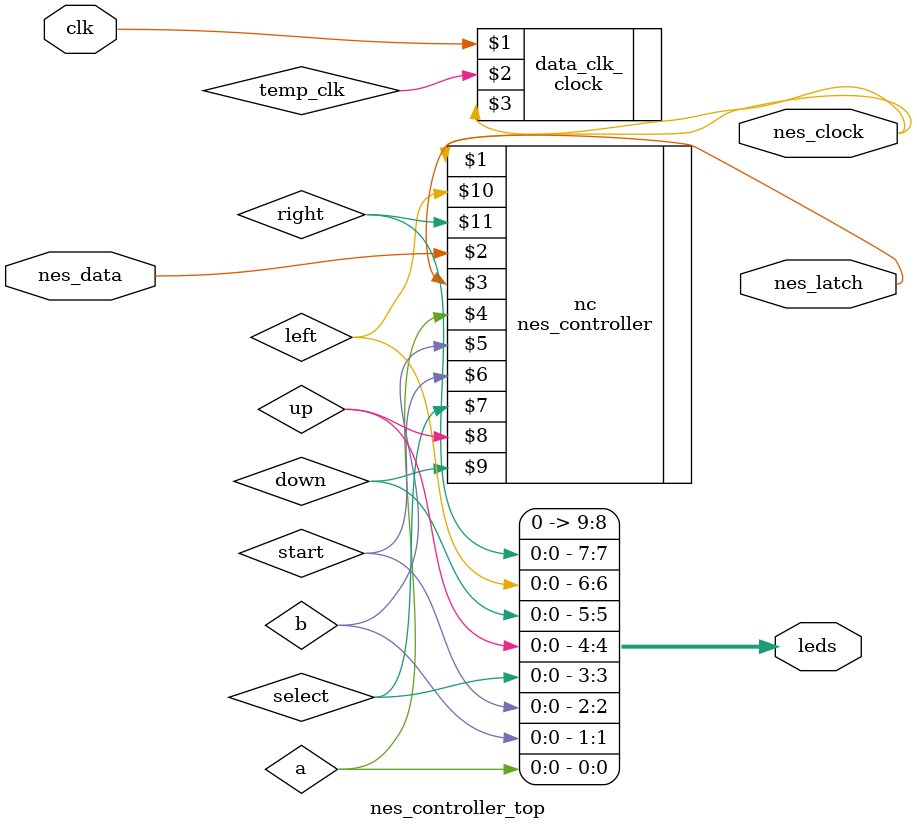
<source format=sv>
module nes_controller_top(
    input clk, 
    input nes_data, 
    output nes_latch, 
    output nes_clock, 
    output [9:0] leds
);

    logic temp_clk;
    clock data_clk_(clk, temp_clk, nes_clock); // 1 MHz
    
    logic a, b, start, select, up, down, left, right;
    nes_controller nc(nes_clock, nes_data, nes_latch, a, b, start, select, up, down, left, right);
    
    assign leds = { 2'b00, right, left, down, up, select, start, b, a };
    
endmodule
</source>
